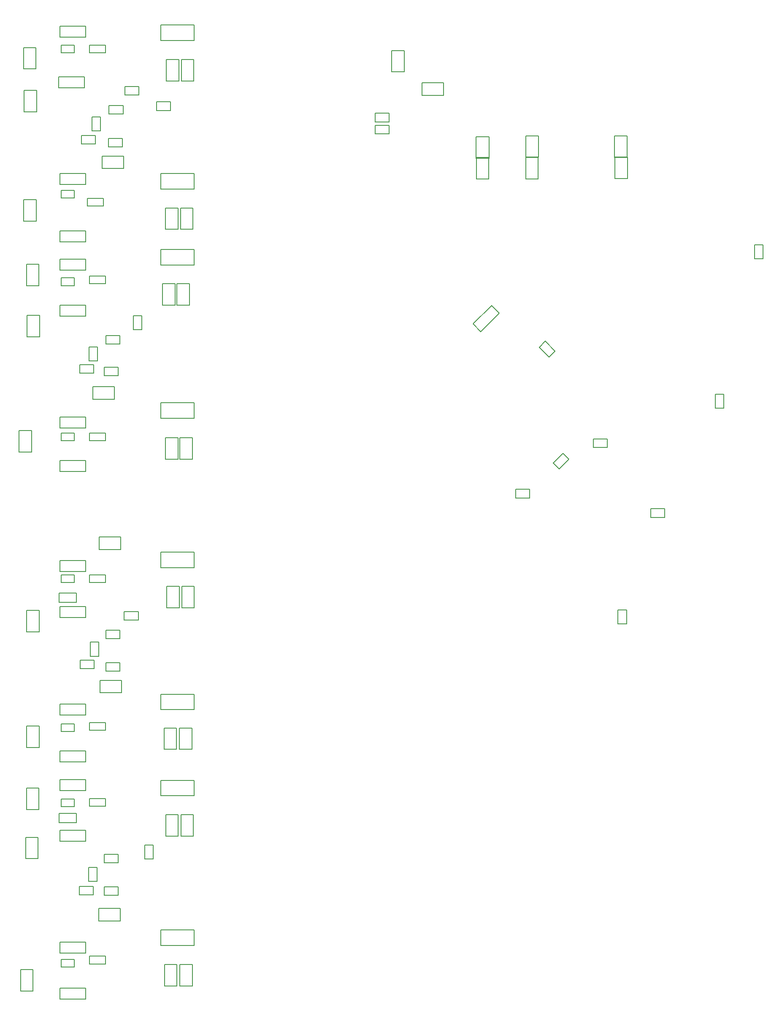
<source format=gbr>
%TF.GenerationSoftware,Altium Limited,Altium Designer,21.6.4 (81)*%
G04 Layer_Color=32768*
%FSLAX43Y43*%
%MOMM*%
%TF.SameCoordinates,B094594F-E5AE-4C03-B854-EF891E02AD71*%
%TF.FilePolarity,Positive*%
%TF.FileFunction,Other,Bottom_Courtyard*%
%TF.Part,Single*%
G01*
G75*
%TA.AperFunction,NonConductor*%
%ADD156C,0.200*%
D156*
X94779Y30770D02*
Y35078D01*
X92271D02*
X94779D01*
X92271Y30770D02*
Y35078D01*
Y30770D02*
X94779D01*
X92496Y53043D02*
Y57352D01*
Y53043D02*
X95004D01*
Y57352D01*
X92496D02*
X95004D01*
X91889Y162987D02*
X94397D01*
Y158678D02*
Y162987D01*
X91889Y158678D02*
X94397D01*
X91889D02*
Y162987D01*
X107168Y66554D02*
X111477D01*
X107168Y64046D02*
Y66554D01*
Y64046D02*
X111477D01*
Y66554D01*
X111922Y169221D02*
Y171729D01*
X107614Y169221D02*
X111922D01*
X107614D02*
Y171729D01*
X111922D01*
X92496Y76246D02*
X95004D01*
X92496D02*
Y80554D01*
X95004D01*
Y76246D02*
Y80554D01*
X91971Y180596D02*
X94479D01*
X91971D02*
Y184904D01*
X94479D01*
Y180596D02*
Y184904D01*
X91835Y189173D02*
X94343D01*
X91835D02*
Y193482D01*
X94343D01*
Y189173D02*
Y193482D01*
X111329Y92796D02*
Y95304D01*
X107021Y92796D02*
X111329D01*
X107021D02*
Y95304D01*
X111329D01*
X90971Y116629D02*
X93479D01*
Y112321D02*
Y116629D01*
X90971Y112321D02*
X93479D01*
X90971D02*
Y116629D01*
X110104Y122945D02*
Y125453D01*
X105796Y122945D02*
X110104D01*
X105796D02*
Y125453D01*
X110104D01*
X92564Y135471D02*
X95072D01*
X92564D02*
Y139779D01*
X95072D01*
Y135471D02*
Y139779D01*
X92436Y145696D02*
X94944D01*
X92436D02*
Y150004D01*
X94944D01*
Y145696D02*
Y150004D01*
X91255Y8510D02*
X93763D01*
Y4202D02*
Y8510D01*
X91255Y4202D02*
X93763D01*
X91255D02*
Y8510D01*
X111253Y18271D02*
Y20779D01*
X106945Y18271D02*
X111253D01*
X106945D02*
Y20779D01*
X111253D01*
X92446Y40621D02*
X94954D01*
X92446D02*
Y44929D01*
X94954D01*
Y40621D02*
Y44929D01*
X113868Y139675D02*
X115568D01*
Y136875D02*
Y139675D01*
X113868Y136875D02*
X115568D01*
X113868D02*
Y139675D01*
X112193Y184000D02*
Y185700D01*
X114993D01*
Y184000D02*
Y185700D01*
X112193Y184000D02*
X114993D01*
X116150Y33500D02*
X117850D01*
Y30700D02*
Y33500D01*
X116150Y30700D02*
X117850D01*
X116150D02*
Y33500D01*
X112066Y78650D02*
Y80350D01*
X114866D01*
Y78650D02*
Y80350D01*
X112066Y78650D02*
X114866D01*
X217650Y99250D02*
Y100950D01*
X220450D01*
Y99250D02*
Y100950D01*
X217650Y99250D02*
X220450D01*
X118565Y180868D02*
Y182568D01*
X121365D01*
Y180868D02*
Y182568D01*
X118565Y180868D02*
X121365D01*
X230655Y121125D02*
Y123925D01*
Y121125D02*
X232355D01*
Y123925D01*
X230655D02*
X232355D01*
X111668Y173510D02*
Y175210D01*
X108868Y173510D02*
X111668D01*
X108868D02*
Y175210D01*
X111668D01*
X110827Y127629D02*
Y129329D01*
X108027Y127629D02*
X110827D01*
X108027D02*
Y129329D01*
X110827D01*
X110805Y23425D02*
Y25125D01*
X108005Y23425D02*
X110805D01*
X108005D02*
Y25125D01*
X110805D01*
X111222Y68425D02*
Y70125D01*
X108422Y68425D02*
X111222D01*
X108422D02*
Y70125D01*
X111222D01*
X123139Y52695D02*
X125647D01*
X123139D02*
Y57003D01*
X125647D01*
Y52695D02*
Y57003D01*
X119770Y141805D02*
X122278D01*
X119770D02*
Y146113D01*
X122278D01*
Y141805D02*
Y146113D01*
X104318Y79175D02*
Y81375D01*
X99118Y79175D02*
X104318D01*
X99118D02*
Y81375D01*
X104318D01*
X109018Y181843D02*
X111818D01*
X109018Y180143D02*
Y181843D01*
Y180143D02*
X111818D01*
Y181843D01*
X105568Y176748D02*
Y179548D01*
Y176748D02*
X107268D01*
Y179548D01*
X105568D02*
X107268D01*
X108422Y76622D02*
X111222D01*
X108422Y74922D02*
Y76622D01*
Y74922D02*
X111222D01*
Y76622D01*
X105222Y74200D02*
X106922D01*
Y71400D02*
Y74200D01*
X105222Y71400D02*
X106922D01*
X105222D02*
Y74200D01*
X108378Y135719D02*
X111178D01*
X108378Y134019D02*
Y135719D01*
Y134019D02*
X111178D01*
Y135719D01*
X105002Y130625D02*
Y133425D01*
Y130625D02*
X106702D01*
Y133425D01*
X105002D02*
X106702D01*
X108005Y31681D02*
X110805D01*
X108005Y29981D02*
Y31681D01*
Y29981D02*
X110805D01*
Y31681D01*
X104942Y26250D02*
Y29050D01*
Y26250D02*
X106642D01*
Y29050D01*
X104942D02*
X106642D01*
X190591Y103150D02*
Y104850D01*
X193391D01*
Y103150D02*
Y104850D01*
X190591Y103150D02*
X193391D01*
X208943Y113301D02*
Y115001D01*
X206143Y113301D02*
X208943D01*
X206143D02*
Y115001D01*
X208943D01*
X211125Y77886D02*
X212825D01*
X211125D02*
Y80686D01*
X212825D01*
Y77886D02*
Y80686D01*
X238500Y151087D02*
Y153887D01*
Y151087D02*
X240200D01*
Y153887D01*
X238500D02*
X240200D01*
X162400Y178584D02*
X165200D01*
Y180284D01*
X162400D02*
X165200D01*
X162400Y178584D02*
Y180284D01*
Y176171D02*
X165200D01*
Y177871D01*
X162400D02*
X165200D01*
X162400Y176171D02*
Y177871D01*
X103218Y68925D02*
Y70625D01*
X106018D01*
Y68925D02*
Y70625D01*
X103218Y68925D02*
X106018D01*
X103450Y174135D02*
X106250D01*
Y175835D01*
X103450D02*
X106250D01*
X103450Y174135D02*
Y175835D01*
X103121Y128129D02*
Y129829D01*
X105921D01*
Y128129D02*
Y129829D01*
X103121Y128129D02*
X105921D01*
X103010Y23525D02*
X105810D01*
Y25225D01*
X103010D02*
X105810D01*
X103010Y23525D02*
Y25225D01*
X185729Y141716D02*
X187284Y140161D01*
X183607Y136484D02*
X187284Y140161D01*
X182052Y138039D02*
X183607Y136484D01*
X182052Y138039D02*
X185729Y141716D01*
X192610Y171454D02*
X195119D01*
Y167146D02*
Y171454D01*
X192610Y167146D02*
X195119D01*
X192610D02*
Y171454D01*
X182691Y167130D02*
Y171438D01*
Y167130D02*
X185199D01*
Y171438D01*
X182691D02*
X185199D01*
X210487Y167196D02*
Y171504D01*
Y167196D02*
X212995D01*
Y171504D01*
X210487D02*
X212995D01*
X165721Y188583D02*
Y192892D01*
Y188583D02*
X168229D01*
Y192892D01*
X165721D02*
X168229D01*
X176114Y183895D02*
Y186404D01*
X171806Y183895D02*
X176114D01*
X171806D02*
Y186404D01*
X176114D01*
X122850Y157005D02*
Y161313D01*
X120342D02*
X122850D01*
X120342Y157005D02*
Y161313D01*
Y157005D02*
X122850D01*
X125850Y157005D02*
Y161313D01*
X123342D02*
X125850D01*
X123342Y157005D02*
Y161313D01*
Y157005D02*
X125850D01*
X122547Y52695D02*
Y57003D01*
X120039D02*
X122547D01*
X120039Y52695D02*
Y57003D01*
Y52695D02*
X122547D01*
X107893Y161661D02*
Y163211D01*
X104693Y161661D02*
X107893D01*
X104693D02*
Y163211D01*
X107893D01*
X105118Y58065D02*
X108318D01*
X105118Y56515D02*
Y58065D01*
Y56515D02*
X108318D01*
Y58065D01*
X102024Y163307D02*
Y164857D01*
X99412Y163307D02*
X102024D01*
X99412D02*
Y164857D01*
X102024D01*
Y56261D02*
Y57811D01*
X99412Y56261D02*
X102024D01*
X99412D02*
Y57811D01*
X102024D01*
X99014Y82165D02*
Y84073D01*
X102422D01*
Y82165D02*
Y84073D01*
X99014Y82165D02*
X102422D01*
X120514Y186796D02*
X123022D01*
X120514D02*
Y191104D01*
X123022D01*
Y186796D02*
Y191104D01*
X126022Y186796D02*
Y191104D01*
X123514D02*
X126022D01*
X123514Y186796D02*
Y191104D01*
Y186796D02*
X126022D01*
X120596Y81096D02*
X123104D01*
X120596D02*
Y85404D01*
X123104D01*
Y81096D02*
Y85404D01*
X126104Y81096D02*
Y85404D01*
X123596D02*
X126104D01*
X123596Y81096D02*
Y85404D01*
Y81096D02*
X126104D01*
X105118Y193981D02*
X108318D01*
X105118Y192431D02*
Y193981D01*
Y192431D02*
X108318D01*
Y193981D01*
Y86147D02*
Y87697D01*
X105118Y86147D02*
X108318D01*
X105118D02*
Y87697D01*
X108318D01*
X102024Y192431D02*
Y193981D01*
X99412Y192431D02*
X102024D01*
X99412D02*
Y193981D01*
X102024D01*
X102024Y86147D02*
Y87697D01*
X99412Y86147D02*
X102024D01*
X99412D02*
Y87697D01*
X102024D01*
X122640Y5250D02*
Y9558D01*
X120132D02*
X122640D01*
X120132Y5250D02*
Y9558D01*
Y5250D02*
X122640D01*
X125747Y110924D02*
Y115232D01*
X123239D02*
X125747D01*
X123239Y110924D02*
Y115232D01*
Y110924D02*
X125747D01*
X105118Y11210D02*
X108318D01*
X105118Y9660D02*
Y11210D01*
Y9660D02*
X108318D01*
Y11210D01*
X99412Y10575D02*
X102024D01*
X99412Y9025D02*
Y10575D01*
Y9025D02*
X102024D01*
Y10575D01*
X99014Y37966D02*
Y39874D01*
X102422D01*
Y37966D02*
Y39874D01*
X99014Y37966D02*
X102422D01*
X120314Y110924D02*
X122822D01*
X120314D02*
Y115232D01*
X122822D01*
Y110924D02*
Y115232D01*
X125702Y5250D02*
Y9558D01*
X123194D02*
X125702D01*
X123194Y5250D02*
Y9558D01*
Y5250D02*
X125702D01*
X108318Y114625D02*
Y116175D01*
X105118Y114625D02*
X108318D01*
X105118D02*
Y116175D01*
X108318D01*
X102024Y114625D02*
Y116175D01*
X99412Y114625D02*
X102024D01*
X99412D02*
Y116175D01*
X102024D01*
X120394Y35268D02*
X122903D01*
X120394D02*
Y39577D01*
X122903D01*
Y35268D02*
Y39577D01*
X125112Y141805D02*
Y146113D01*
X122603D02*
X125112D01*
X122603Y141805D02*
Y146113D01*
Y141805D02*
X125112D01*
X108318Y41307D02*
Y42857D01*
X105118Y41307D02*
X108318D01*
X105118D02*
Y42857D01*
X108318D01*
X125947Y35268D02*
Y39577D01*
X123439D02*
X125947D01*
X123439Y35268D02*
Y39577D01*
Y35268D02*
X125947D01*
X102024Y41193D02*
Y42743D01*
X99412Y41193D02*
X102024D01*
X99412D02*
Y42743D01*
X102024D01*
X108318Y146116D02*
Y147666D01*
X105118Y146116D02*
X108318D01*
X105118D02*
Y147666D01*
X108318D01*
X102024Y145735D02*
Y147285D01*
X99412Y145735D02*
X102024D01*
X99412D02*
Y147285D01*
X102024D01*
X104318Y154469D02*
Y156669D01*
X99118Y154469D02*
X104318D01*
X99118D02*
Y156669D01*
X104318D01*
X99118Y52421D02*
X104318D01*
X99118Y50221D02*
Y52421D01*
Y50221D02*
X104318D01*
Y52421D01*
Y166030D02*
Y168230D01*
X99118Y166030D02*
X104318D01*
X99118D02*
Y168230D01*
X104318D01*
X99118Y61819D02*
X104318D01*
X99118Y59619D02*
Y61819D01*
Y59619D02*
X104318D01*
Y61819D01*
X119368Y165092D02*
Y168212D01*
X126068D01*
Y165092D02*
Y168212D01*
X119368Y165092D02*
X126068D01*
X119368Y60655D02*
X126068D01*
Y63775D01*
X119368D02*
X126068D01*
X119368Y60655D02*
Y63775D01*
X98868Y187575D02*
X104068D01*
X98868Y185375D02*
Y187575D01*
Y185375D02*
X104068D01*
Y187575D01*
X104318Y2604D02*
Y4804D01*
X99118Y2604D02*
X104318D01*
X99118D02*
Y4804D01*
X104318D01*
Y195535D02*
Y197735D01*
X99118Y195535D02*
X104318D01*
X99118D02*
Y197735D01*
X104318D01*
Y88377D02*
Y90577D01*
X99118Y88377D02*
X104318D01*
X99118D02*
Y90577D01*
X104318D01*
X99118Y14075D02*
X104318D01*
X99118Y11875D02*
Y14075D01*
Y11875D02*
X104318D01*
Y14075D01*
X119368Y194891D02*
Y198011D01*
X126068D01*
Y194891D02*
Y198011D01*
X119368Y194891D02*
X126068D01*
X119368Y89131D02*
Y92251D01*
X126068D01*
Y89131D02*
Y92251D01*
X119368Y89131D02*
X126068D01*
X119368Y13337D02*
Y16457D01*
X126068D01*
Y13337D02*
Y16457D01*
X119368Y13337D02*
X126068D01*
X104318Y108458D02*
Y110658D01*
X99118Y108458D02*
X104318D01*
X99118D02*
Y110658D01*
X104318D01*
X104316Y117202D02*
Y119402D01*
X99116Y117202D02*
X104316D01*
X99116D02*
Y119402D01*
X104316D01*
X99118Y36464D02*
X104318D01*
X99118Y34264D02*
Y36464D01*
Y34264D02*
X104318D01*
Y36464D01*
X119368Y119138D02*
X126068D01*
Y122258D01*
X119368D02*
X126068D01*
X119368Y119138D02*
Y122258D01*
X104318Y139568D02*
Y141768D01*
X99118Y139568D02*
X104318D01*
X99118D02*
Y141768D01*
X104318D01*
Y44424D02*
Y46624D01*
X99118Y44424D02*
X104318D01*
X99118D02*
Y46624D01*
X104318D01*
Y148839D02*
Y151039D01*
X99118Y148839D02*
X104318D01*
X99118D02*
Y151039D01*
X104318D01*
X119368Y149867D02*
Y152987D01*
X126068D01*
Y149867D02*
Y152987D01*
X119368Y149867D02*
X126068D01*
X119368Y43386D02*
Y46506D01*
X126068D01*
Y43386D02*
Y46506D01*
X119368Y43386D02*
X126068D01*
X192595Y175784D02*
X195151D01*
Y171478D02*
Y175784D01*
X192595Y171478D02*
X195151D01*
X192595D02*
Y175784D01*
X182667Y175550D02*
X185223D01*
Y171244D02*
Y175550D01*
X182667Y171244D02*
X185223D01*
X182667D02*
Y175550D01*
X210434Y175753D02*
X212991D01*
Y171447D02*
Y175753D01*
X210434Y171447D02*
X212991D01*
X210434D02*
Y175753D01*
X196516Y134570D02*
X198496Y132590D01*
X195314Y133368D02*
X196516Y134570D01*
X195314Y133368D02*
X197294Y131388D01*
X198496Y132590D01*
X198108Y110111D02*
X199310Y108909D01*
X198108Y110111D02*
X200088Y112091D01*
X201290Y110889D01*
X199310Y108909D02*
X201290Y110889D01*
%TF.MD5,f29b1ef3ccd9212084af97196ea392ed*%
M02*

</source>
